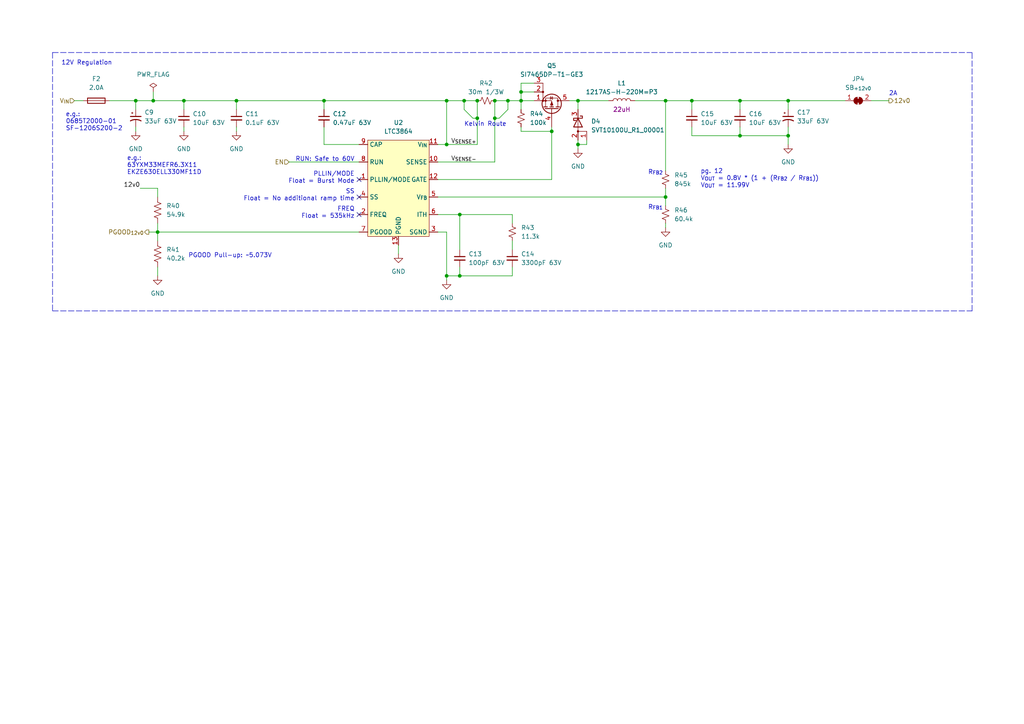
<source format=kicad_sch>
(kicad_sch (version 20230121) (generator eeschema)
  (paper "A4")
  (title_block (title "Control") (date "2023-02-21") (rev "1.0.0") (company "The A-Team (RC SSL)") (comment 1 "W. Stuckey & R. Osawa"))
  (lib_symbols
    (symbol "AT-Transistors:Q_PMOS_SGD_PowerPAK" (pin_names (offset 0) hide)
      (property "Reference" "Q" (at 5.08 1.27 0))
      (property "Value" "Q_PMOS_SGD_PowerPAK" (at 5.08 -1.27 0))
      (symbol "Q_PMOS_SGD_PowerPAK_0_1"
        (polyline (pts (xy 0.254 0) (xy -2.54 0)))
        (polyline (pts (xy 0.254 0) (xy -2.54 0)))
        (polyline (pts (xy 0.254 1.905) (xy 0.254 -1.905)) (stroke (width 0.254)))
        (polyline (pts (xy 0.762 -1.27) (xy 0.762 -2.286)) (stroke (width 0.254)))
        (polyline (pts (xy 0.762 0.508) (xy 0.762 -0.508)) (stroke (width 0.254)))
        (polyline (pts (xy 0.762 2.286) (xy 0.762 1.27)) (stroke (width 0.254)))
        (polyline (pts (xy 2.54 2.54) (xy 2.54 1.778)))
        (polyline (pts (xy 7.62 -2.54) (xy 5.08 -2.54)) (stroke (width 0.1524)))
        (polyline (pts (xy 2.54 -2.54) (xy 2.54 0) (xy 0.762 0)))
        (polyline (pts (xy 5.08 -2.54) (xy 2.54 -2.54) (xy 3.81 -2.54)) (stroke (width 0.1524)))
        (polyline (pts (xy 0.762 1.778) (xy 3.302 1.778) (xy 3.302 -1.778) (xy 0.762 -1.778)))
        (polyline (pts (xy 2.286 0) (xy 1.27 0.381) (xy 1.27 -0.381) (xy 2.286 0)) (fill (type outline)))
        (polyline (pts (xy 2.794 -0.508) (xy 2.921 -0.381) (xy 3.683 -0.381) (xy 3.81 -0.254)))
        (polyline (pts (xy 3.302 -0.381) (xy 2.921 0.254) (xy 3.683 0.254) (xy 3.302 -0.381)))
        (circle (center 1.651 0) (radius 2.794) (stroke (width 0.254)))
        (circle (center 2.54 -2.54) (radius 0.254) (fill (type outline)))
        (circle (center 2.54 -1.778) (radius 0.254) (fill (type outline)))
        (circle (center 2.54 1.778) (radius 0.254) (fill (type outline)))
        (circle (center 5.08 -2.54) (radius 0.254) (fill (type outline)))
      )
      (symbol "Q_PMOS_SGD_PowerPAK_1_1"
        (pin passive line (at 2.54 -5.08 90) (length 2.54) (name "S") (number "1"))
        (pin passive line (at 5.08 -5.08 90) (length 2.54) (name "S") (number "2"))
        (pin passive line (at 7.62 -5.08 90) (length 2.54) (name "S") (number "3"))
        (pin input line (at -5.08 0 0) (length 5.08) (name "G") (number "4"))
        (pin passive line (at 2.54 5.08 270) (length 2.54) (name "D") (number "5"))
      )
    )
    (symbol "Device:C_Polarized_Small_US" (pin_numbers hide) (pin_names (offset 0.254) hide)
      (property "Reference" "C" (at 0.254 1.778 0))
      (property "Value" "C_Polarized_Small_US" (at 0.254 -2.032 0))
      (symbol "C_Polarized_Small_US_0_1"
        (polyline (pts (xy -1.524 0.508) (xy 1.524 0.508)) (stroke (width 0.3048)))
        (polyline (pts (xy -1.27 1.524) (xy -0.762 1.524)))
        (polyline (pts (xy -1.016 1.27) (xy -1.016 1.778)))
        (arc (start 1.524 -0.762) (mid 0 -0.3734) (end -1.524 -0.762) (stroke (width 0.3048)))
      )
      (symbol "C_Polarized_Small_US_1_1"
        (pin passive line (at 0 2.54 270) (length 2.032) (name "~") (number "1"))
        (pin passive line (at 0 -2.54 90) (length 2.032) (name "~") (number "2"))
      )
    )
    (symbol "Device:C_Small" (pin_numbers hide) (pin_names (offset 0.254) hide)
      (property "Reference" "C" (at 0.254 1.778 0))
      (property "Value" "C_Small" (at 0.254 -2.032 0))
      (symbol "C_Small_0_1"
        (polyline (pts (xy -1.524 -0.508) (xy 1.524 -0.508)) (stroke (width 0.3302)))
        (polyline (pts (xy -1.524 0.508) (xy 1.524 0.508)) (stroke (width 0.3048)))
      )
      (symbol "C_Small_1_1"
        (pin passive line (at 0 2.54 270) (length 2.032) (name "~") (number "1"))
        (pin passive line (at 0 -2.54 90) (length 2.032) (name "~") (number "2"))
      )
    )
    (symbol "Device:D_Schottky_AAK" (pin_names (offset 0) hide)
      (property "Reference" "D" (at 0 2.54 0))
      (property "Value" "D_Schottky_AAK" (at 0 -2.54 0))
      (symbol "D_Schottky_AAK_0_1"
        (polyline (pts (xy 1.27 1.27) (xy 1.27 -1.27) (xy -1.27 0) (xy 1.27 1.27)) (stroke (width 0.254)))
        (polyline (pts (xy 3.81 2.54) (xy 2.54 2.54) (xy 2.54 0) (xy -1.27 0)))
        (polyline (pts (xy -1.905 0.635) (xy -1.905 1.27) (xy -1.27 1.27) (xy -1.27 -1.27) (xy -0.635 -1.27) (xy -0.635 -0.635)) (stroke (width 0.254)))
        (circle (center 2.54 0) (radius 0.254) (fill (type outline)))
      )
      (symbol "D_Schottky_AAK_1_1"
        (pin passive line (at 5.08 2.54 180) (length 2.54) (name "A") (number "1"))
        (pin passive line (at 5.08 0 180) (length 2.54) (name "A") (number "2"))
        (pin passive line (at -3.81 0 0) (length 2.54) (name "K") (number "3"))
      )
    )
    (symbol "Device:Fuse" (pin_numbers hide) (pin_names (offset 0))
      (property "Reference" "F" (at 2.032 0 90))
      (property "Value" "Fuse" (at -1.905 0 90))
      (symbol "Fuse_0_1"
        (rectangle (start -0.762 -2.54) (end 0.762 2.54) (stroke (width 0.254)))
        (polyline (pts (xy 0 2.54) (xy 0 -2.54)))
      )
      (symbol "Fuse_1_1"
        (pin passive line (at 0 3.81 270) (length 1.27) (name "~") (number "1"))
        (pin passive line (at 0 -3.81 90) (length 1.27) (name "~") (number "2"))
      )
    )
    (symbol "Device:L" (pin_numbers hide) (pin_names (offset 1.016) hide)
      (property "Reference" "L" (at -1.27 0 90))
      (property "Value" "L" (at 1.905 0 90))
      (symbol "L_0_1"
        (arc (start 0 -2.54) (mid 0.6323 -1.905) (end 0 -1.27))
        (arc (start 0 -1.27) (mid 0.6323 -0.635) (end 0 0))
        (arc (start 0 0) (mid 0.6323 0.635) (end 0 1.27))
        (arc (start 0 1.27) (mid 0.6323 1.905) (end 0 2.54))
      )
      (symbol "L_1_1"
        (pin passive line (at 0 3.81 270) (length 1.27) (name "1") (number "1"))
        (pin passive line (at 0 -3.81 90) (length 1.27) (name "2") (number "2"))
      )
    )
    (symbol "Device:R_Small_US" (pin_numbers hide) (pin_names (offset 0.254) hide)
      (property "Reference" "R" (at 0.762 0.508 0))
      (property "Value" "R_Small_US" (at 0.762 -1.016 0))
      (symbol "R_Small_US_1_1"
        (polyline (pts (xy 0 0) (xy 1.016 -0.381) (xy 0 -0.762) (xy -1.016 -1.143) (xy 0 -1.524)))
        (polyline (pts (xy 0 1.524) (xy 1.016 1.143) (xy 0 0.762) (xy -1.016 0.381) (xy 0 0)))
        (pin passive line (at 0 2.54 270) (length 1.016) (name "~") (number "1"))
        (pin passive line (at 0 -2.54 90) (length 1.016) (name "~") (number "2"))
      )
    )
    (symbol "Device:R_US" (pin_numbers hide) (pin_names (offset 0))
      (property "Reference" "R" (at 2.54 0 90))
      (property "Value" "R_US" (at -2.54 0 90))
      (symbol "R_US_0_1"
        (polyline (pts (xy 0 -2.286) (xy 0 -2.54)))
        (polyline (pts (xy 0 2.286) (xy 0 2.54)))
        (polyline (pts (xy 0 -0.762) (xy 1.016 -1.143) (xy 0 -1.524) (xy -1.016 -1.905) (xy 0 -2.286)))
        (polyline (pts (xy 0 0.762) (xy 1.016 0.381) (xy 0 0) (xy -1.016 -0.381) (xy 0 -0.762)))
        (polyline (pts (xy 0 2.286) (xy 1.016 1.905) (xy 0 1.524) (xy -1.016 1.143) (xy 0 0.762)))
      )
      (symbol "R_US_1_1"
        (pin passive line (at 0 3.81 270) (length 1.27) (name "~") (number "1"))
        (pin passive line (at 0 -3.81 90) (length 1.27) (name "~") (number "2"))
      )
    )
    (symbol "Jumper:SolderJumper_2_Bridged" (pin_names (offset 0) hide)
      (property "Reference" "JP" (at 0 2.032 0))
      (property "Value" "SolderJumper_2_Bridged" (at 0 -2.54 0))
      (symbol "SolderJumper_2_Bridged_0_1"
        (rectangle (start -0.508 0.508) (end 0.508 -0.508) (fill (type outline)))
        (arc (start -0.254 1.016) (mid -1.2656 0) (end -0.254 -1.016))
        (arc (start -0.254 1.016) (mid -1.2656 0) (end -0.254 -1.016) (fill (type outline)))
        (polyline (pts (xy -0.254 1.016) (xy -0.254 -1.016)))
        (polyline (pts (xy 0.254 1.016) (xy 0.254 -1.016)))
        (arc (start 0.254 -1.016) (mid 1.2656 0) (end 0.254 1.016))
        (arc (start 0.254 -1.016) (mid 1.2656 0) (end 0.254 1.016) (fill (type outline)))
      )
      (symbol "SolderJumper_2_Bridged_1_1"
        (pin passive line (at -3.81 0 0) (length 2.54) (name "A") (number "1"))
        (pin passive line (at 3.81 0 180) (length 2.54) (name "B") (number "2"))
      )
    )
    (symbol "ltc_regulators:LTC3864"
      (property "Reference" "U" (at -6.35 -15.24 0))
      (property "Value" "LTC3864" (at 0 15.24 0))
      (symbol "LTC3864_0_1"
        (rectangle (start -8.89 13.97) (end 8.89 -13.97) (stroke (width 0.1524)) (fill (type background)))
      )
      (symbol "LTC3864_1_1"
        (pin input line (at -11.43 2.54 0) (length 2.54) (name "PLLIN/MODE") (number "1"))
        (pin input line (at 11.43 7.62 180) (length 2.54) (name "SENSE") (number "10"))
        (pin power_in line (at 11.43 12.7 180) (length 2.54) (name "V_{IN}") (number "11"))
        (pin output line (at 11.43 2.54 180) (length 2.54) (name "GATE") (number "12"))
        (pin power_in line (at 0 -16.51 90) (length 2.54) (name "PGND") (number "13"))
        (pin passive line (at -11.43 -7.62 0) (length 2.54) (name "FREQ") (number "2"))
        (pin power_in line (at 11.43 -12.7 180) (length 2.54) (name "SGND") (number "3"))
        (pin bidirectional line (at -11.43 -2.54 0) (length 2.54) (name "SS") (number "4"))
        (pin input line (at 11.43 -2.54 180) (length 2.54) (name "V_{FB}") (number "5"))
        (pin bidirectional line (at 11.43 -7.62 180) (length 2.54) (name "ITH") (number "6"))
        (pin bidirectional line (at -11.43 -12.7 0) (length 2.54) (name "PGOOD") (number "7"))
        (pin input line (at -11.43 7.62 0) (length 2.54) (name "RUN") (number "8"))
        (pin bidirectional line (at -11.43 12.7 0) (length 2.54) (name "CAP") (number "9"))
      )
    )
    (symbol "power:GND" (power) (pin_names (offset 0))
      (property "Value" "GND" (at 0 -3.81 0))
      (symbol "GND_0_1"
        (polyline (pts (xy 0 0) (xy 0 -1.27) (xy 1.27 -1.27) (xy 0 -2.54) (xy -1.27 -1.27) (xy 0 -1.27)))
      )
      (symbol "GND_1_1"
        (pin power_in line (at 0 0 270) (length 0) hide (name "GND") (number "1"))
      )
    )
    (symbol "power:PWR_FLAG" (power) (pin_numbers hide) (pin_names (offset 0) hide)
      (property "Value" "PWR_FLAG" (at 0 3.81 0))
      (symbol "PWR_FLAG_0_0"
        (pin power_out line (at 0 0 90) (length 0) (name "pwr") (number "1"))
      )
      (symbol "PWR_FLAG_0_1"
        (polyline (pts (xy 0 0) (xy 0 1.27) (xy -1.016 1.905) (xy 0 2.54) (xy 1.016 1.905) (xy 0 1.27)))
      )
    )
  )
  (junction (at 151.13 29.21))
  (junction (at 151.13 26.67))
  (junction (at 214.63 39.37))
  (junction (at 214.63 29.21))
  (junction (at 193.04 29.21))
  (junction (at 167.64 41.91))
  (junction (at 138.43 34.29))
  (junction (at 93.98 29.21))
  (junction (at 129.54 41.91))
  (junction (at 228.6 39.37))
  (junction (at 44.45 29.21))
  (junction (at 39.37 29.21))
  (junction (at 143.51 29.21))
  (junction (at 200.66 29.21))
  (junction (at 133.35 62.23))
  (junction (at 133.35 80.01))
  (junction (at 129.54 80.01))
  (junction (at 68.58 29.21))
  (junction (at 193.04 57.15))
  (junction (at 167.64 29.21))
  (junction (at 160.02 38.1))
  (junction (at 129.54 29.21))
  (junction (at 143.51 34.29))
  (junction (at 138.43 29.21))
  (junction (at 53.34 29.21))
  (junction (at 45.72 67.31))
  (junction (at 147.32 29.21))
  (junction (at 134.62 29.21))
  (junction (at 228.6 29.21))
  (no_connect (at 104.14 52.07))
  (no_connect (at 104.14 62.23))
  (no_connect (at 104.14 57.15))
  (wire (pts (xy 129.54 80.01) (xy 129.54 81.28)))
  (wire (pts (xy 148.59 77.47) (xy 148.59 80.01)))
  (wire (pts (xy 127 62.23) (xy 133.35 62.23)))
  (wire (pts (xy 127 46.99) (xy 143.51 46.99)))
  (wire (pts (xy 45.72 77.47) (xy 45.72 80.01)))
  (wire (pts (xy 68.58 36.83) (xy 68.58 38.1)))
  (wire (pts (xy 193.04 54.61) (xy 193.04 57.15)))
  (wire (pts (xy 154.94 24.13) (xy 151.13 24.13)))
  (wire (pts (xy 165.1 29.21) (xy 167.64 29.21)))
  (wire (pts (xy 133.35 62.23) (xy 133.35 72.39)))
  (wire (pts (xy 143.51 29.21) (xy 147.32 29.21)))
  (wire (pts (xy 93.98 29.21) (xy 129.54 29.21)))
  (wire (pts (xy 200.66 29.21) (xy 200.66 31.75)))
  (wire (pts (xy 151.13 38.1) (xy 160.02 38.1)))
  (wire (pts (xy 127 52.07) (xy 160.02 52.07)))
  (wire (pts (xy 93.98 41.91) (xy 104.14 41.91)))
  (wire (pts (xy 151.13 29.21) (xy 151.13 31.75)))
  (wire (pts (xy 53.34 29.21) (xy 68.58 29.21)))
  (wire (pts (xy 39.37 36.83) (xy 39.37 38.1)))
  (wire (pts (xy 228.6 29.21) (xy 228.6 31.75)))
  (wire (pts (xy 214.63 29.21) (xy 228.6 29.21)))
  (wire (pts (xy 83.82 46.99) (xy 104.14 46.99)))
  (wire (pts (xy 252.73 29.21) (xy 257.81 29.21)))
  (wire (pts (xy 68.58 29.21) (xy 93.98 29.21)))
  (wire (pts (xy 193.04 64.77) (xy 193.04 66.04)))
  (wire (pts (xy 200.66 29.21) (xy 214.63 29.21)))
  (wire (pts (xy 39.37 29.21) (xy 44.45 29.21)))
  (wire (pts (xy 214.63 29.21) (xy 214.63 31.75)))
  (wire (pts (xy 133.35 62.23) (xy 148.59 62.23)))
  (wire (pts (xy 115.57 71.12) (xy 115.57 73.66)))
  (wire (pts (xy 143.51 29.21) (xy 143.51 34.29)))
  (wire (pts (xy 129.54 29.21) (xy 129.54 41.91)))
  (wire (pts (xy 127 41.91) (xy 129.54 41.91)))
  (wire (pts (xy 129.54 67.31) (xy 129.54 80.01)))
  (wire (pts (xy 147.32 31.75) (xy 147.32 29.21)))
  (wire (pts (xy 129.54 41.91) (xy 138.43 41.91)))
  (wire (pts (xy 144.78 34.29) (xy 143.51 34.29)))
  (wire (pts (xy 167.64 41.91) (xy 167.64 43.18)))
  (wire (pts (xy 151.13 36.83) (xy 151.13 38.1)))
  (wire (pts (xy 31.75 29.21) (xy 39.37 29.21)))
  (wire (pts (xy 53.34 29.21) (xy 53.34 31.75)))
  (wire (pts (xy 137.16 34.29) (xy 138.43 34.29)))
  (wire (pts (xy 193.04 29.21) (xy 200.66 29.21)))
  (wire (pts (xy 53.34 36.83) (xy 53.34 38.1)))
  (wire (pts (xy 45.72 67.31) (xy 104.14 67.31)))
  (wire (pts (xy 228.6 39.37) (xy 228.6 41.91)))
  (wire (pts (xy 228.6 29.21) (xy 245.11 29.21)))
  (wire (pts (xy 167.64 40.64) (xy 167.64 41.91)))
  (wire (pts (xy 133.35 77.47) (xy 133.35 80.01)))
  (wire (pts (xy 39.37 29.21) (xy 39.37 31.75)))
  (wire (pts (xy 45.72 64.77) (xy 45.72 67.31)))
  (wire (pts (xy 148.59 69.85) (xy 148.59 72.39)))
  (wire (pts (xy 160.02 38.1) (xy 160.02 36.83)))
  (wire (pts (xy 127 67.31) (xy 129.54 67.31)))
  (wire (pts (xy 45.72 67.31) (xy 43.18 67.31)))
  (wire (pts (xy 93.98 29.21) (xy 93.98 31.75)))
  (wire (pts (xy 129.54 80.01) (xy 133.35 80.01)))
  (wire (pts (xy 170.18 40.64) (xy 170.18 41.91)))
  (wire (pts (xy 44.45 29.21) (xy 53.34 29.21)))
  (wire (pts (xy 147.32 29.21) (xy 151.13 29.21)))
  (wire (pts (xy 93.98 36.83) (xy 93.98 41.91)))
  (wire (pts (xy 133.35 80.01) (xy 148.59 80.01)))
  (wire (pts (xy 45.72 67.31) (xy 45.72 69.85)))
  (wire (pts (xy 134.62 29.21) (xy 134.62 31.75)))
  (wire (pts (xy 214.63 39.37) (xy 228.6 39.37)))
  (wire (pts (xy 68.58 29.21) (xy 68.58 31.75)))
  (wire (pts (xy 143.51 34.29) (xy 143.51 46.99)))
  (wire (pts (xy 134.62 31.75) (xy 137.16 34.29)))
  (wire (pts (xy 151.13 29.21) (xy 154.94 29.21)))
  (wire (pts (xy 200.66 39.37) (xy 214.63 39.37)))
  (wire (pts (xy 144.78 34.29) (xy 147.32 31.75)))
  (wire (pts (xy 167.64 29.21) (xy 167.64 31.75)))
  (wire (pts (xy 200.66 36.83) (xy 200.66 39.37)))
  (wire (pts (xy 193.04 57.15) (xy 193.04 59.69)))
  (wire (pts (xy 214.63 36.83) (xy 214.63 39.37)))
  (wire (pts (xy 138.43 29.21) (xy 138.43 34.29)))
  (wire (pts (xy 167.64 29.21) (xy 176.53 29.21)))
  (wire (pts (xy 151.13 26.67) (xy 151.13 29.21)))
  (wire (pts (xy 167.64 41.91) (xy 170.18 41.91)))
  (wire (pts (xy 21.59 29.21) (xy 24.13 29.21)))
  (wire (pts (xy 134.62 29.21) (xy 138.43 29.21)))
  (wire (pts (xy 45.72 54.61) (xy 45.72 57.15)))
  (wire (pts (xy 40.64 54.61) (xy 45.72 54.61)))
  (wire (pts (xy 138.43 41.91) (xy 138.43 34.29)))
  (wire (pts (xy 184.15 29.21) (xy 193.04 29.21)))
  (wire (pts (xy 160.02 38.1) (xy 160.02 52.07)))
  (wire (pts (xy 148.59 62.23) (xy 148.59 64.77)))
  (wire (pts (xy 151.13 24.13) (xy 151.13 26.67)))
  (wire (pts (xy 193.04 29.21) (xy 193.04 49.53)))
  (wire (pts (xy 151.13 26.67) (xy 154.94 26.67)))
  (polyline (pts (xy 15.24 15.24) (xy 15.24 90.17)) (stroke (width 0) (type dash)))
  (polyline (pts (xy 15.24 15.24) (xy 281.94 15.24)) (stroke (width 0) (type dash)))
  (polyline (pts (xy 15.24 90.17) (xy 281.94 90.17)) (stroke (width 0) (type dash)))
  (polyline (pts (xy 281.94 90.17) (xy 281.94 15.24)) (stroke (width 0) (type dash)))
  (wire (pts (xy 127 57.15) (xy 193.04 57.15)))
  (wire (pts (xy 228.6 36.83) (xy 228.6 39.37)))
  (wire (pts (xy 129.54 29.21) (xy 134.62 29.21)))
  (wire (pts (xy 44.45 26.67) (xy 44.45 29.21)))
  (text "SS\nFloat = No additional ramp time" (at 102.87 58.42 0) (effects (font (size 1.27 1.27)) (justify right bottom)))
  (text "R_{FB1}\n" (at 187.96 60.96 0) (effects (font (size 1.27 1.27)) (justify left bottom)))
  (text "FREQ\nFloat = 535kHz" (at 102.87 63.5 0) (effects (font (size 1.27 1.27)) (justify right bottom)))
  (text "e.g.:\n63YXM33MEFR6.3X11\nEKZE630ELL330MF11D" (at 36.83 50.8 0) (effects (font (size 1.27 1.27)) (justify left bottom)))
  (text "Kelvin Route" (at 134.62 36.83 0) (effects (font (size 1.27 1.27)) (justify left bottom)))
  (text "PGOOD Pull-up: ~5.073V" (at 54.61 74.93 0) (effects (font (size 1.27 1.27)) (justify left bottom)))
  (text "RUN: Safe to 60V" (at 102.87 46.99 0) (effects (font (size 1.27 1.27)) (justify right bottom)))
  (text "2A" (at 257.81 27.94 0) (effects (font (size 1.27 1.27)) (justify left bottom)))
  (text "12V Regulation" (at 17.78 19.05 0) (effects (font (size 1.27 1.27)) (justify left bottom)))
  (text "e.g.:\n0685T2000-01\nSF-1206S200-2" (at 19.05 38.1 0) (effects (font (size 1.27 1.27)) (justify left bottom)))
  (text "pg. 12\nV_{OUT} = 0.8V * (1 + (R_{FB2} / R_{FB1}))\nV_{OUT} = 11.99V" (at 203.2 54.61 0) (effects (font (size 1.27 1.27)) (justify left bottom)))
  (text "PLLIN/MODE\nFloat = Burst Mode" (at 102.87 53.34 0) (effects (font (size 1.27 1.27)) (justify right bottom)))
  (text "R_{FB2}" (at 187.96 50.8 0) (effects (font (size 1.27 1.27)) (justify left bottom)))
  (label "12v0" (at 40.64 54.61 180))
  (label "V_{SENSE-}" (at 130.81 46.99 0))
  (label "V_{SENSE+}" (at 130.81 41.91 0))
  (hierarchical_label "EN" (shape input) (at 83.82 46.99 180))
  (hierarchical_label "V_{IN}" (shape input) (at 21.59 29.21 180))
  (hierarchical_label "PGOOD_{12v0}" (shape output) (at 43.18 67.31 180))
  (hierarchical_label "12v0" (shape output) (at 257.81 29.21 0))
  (symbol (lib_id "Device:R_Small_US") (at 193.04 52.07 0) (unit 1)
    (property "Reference" "R45" (at 195.58 50.7999 0) (effects (justify left)))
    (property "Value" "845k" (at 195.58 53.3399 0) (effects (justify left)))
    (property "Footprint" "Resistor_SMD:R_0402_1005Metric" (effects hide))
  )
  (symbol (lib_id "power:GND") (at 68.58 38.1 0) (unit 1)
    (property "Reference" "#PWR041" (effects hide))
    (property "Value" "GND" (at 68.58 43.18 0))
  )
  (symbol (lib_id "Device:Fuse") (at 27.94 29.21 90) (unit 1)
    (property "Reference" "F2" (at 27.94 22.86 90))
    (property "Value" "2.0A" (at 27.94 25.4 90))
    (property "Footprint" "Fuse:Fuse_1206_3216Metric" (effects hide))
  )
  (symbol (lib_id "Device:R_US") (at 45.72 60.96 180) (unit 1)
    (property "Reference" "R40" (at 48.26 59.6899 0) (effects (justify right)))
    (property "Value" "54.9k" (at 48.26 62.2299 0) (effects (justify right)))
    (property "Footprint" "Resistor_SMD:R_0402_1005Metric" (effects hide))
  )
  (symbol (lib_id "Device:L") (at 180.34 29.21 90) (unit 1)
    (property "Reference" "L1" (at 180.34 24.13 90))
    (property "Value" "1217AS-H-220M=P3" (at 180.34 26.67 90))
    (property "Footprint" "AT-Inductors:DEM8045C" (effects hide))
    (property "Value2" "22uH" (at 180.34 31.75 90))
  )
  (symbol (lib_id "Device:C_Small") (at 133.35 74.93 0) (unit 1)
    (property "Reference" "C13" (at 135.89 73.6662 0) (effects (justify left)))
    (property "Value" "100pF 63V" (at 135.89 76.2062 0) (effects (justify left)))
    (property "Footprint" "Capacitor_SMD:C_0402_1005Metric" (effects hide))
  )
  (symbol (lib_id "ltc_regulators:LTC3864") (at 115.57 54.61 0) (unit 1)
    (property "Reference" "U2" (at 115.57 35.56 0))
    (property "Value" "LTC3864" (at 115.57 38.1 0))
    (property "Footprint" "AT-IC:MSE" (effects hide))
  )
  (symbol (lib_id "power:GND") (at 129.54 81.28 0) (unit 1)
    (property "Reference" "#PWR043" (effects hide))
    (property "Value" "GND" (at 129.54 86.36 0))
  )
  (symbol (lib_id "power:GND") (at 53.34 38.1 0) (unit 1)
    (property "Reference" "#PWR040" (effects hide))
    (property "Value" "GND" (at 53.34 43.18 0))
  )
  (symbol (lib_id "Device:R_US") (at 45.72 73.66 180) (unit 1)
    (property "Reference" "R41" (at 48.26 72.3899 0) (effects (justify right)))
    (property "Value" "40.2k" (at 48.26 74.9299 0) (effects (justify right)))
    (property "Footprint" "Resistor_SMD:R_0402_1005Metric" (effects hide))
  )
  (symbol (lib_id "Device:R_Small_US") (at 151.13 34.29 0) (unit 1)
    (property "Reference" "R44" (at 153.67 33.0199 0) (effects (justify left)))
    (property "Value" "100k" (at 153.67 35.5599 0) (effects (justify left)))
    (property "Footprint" "Resistor_SMD:R_0402_1005Metric" (effects hide))
  )
  (symbol (lib_id "power:GND") (at 45.72 80.01 0) (unit 1)
    (property "Reference" "#PWR039" (effects hide))
    (property "Value" "GND" (at 45.72 85.09 0))
  )
  (symbol (lib_id "Device:C_Small") (at 53.34 34.29 0) (unit 1)
    (property "Reference" "C10" (at 55.88 33.0262 0) (effects (justify left)))
    (property "Value" "10uF 63V" (at 55.88 35.5662 0) (effects (justify left)))
    (property "Footprint" "Capacitor_SMD:C_1210_3225Metric" (effects hide))
  )
  (symbol (lib_id "Jumper:SolderJumper_2_Bridged") (at 248.92 29.21 0) (unit 1) (in_bom no)
    (property "Reference" "JP4" (at 248.92 22.86 0))
    (property "Value" "SB_{+12v0}" (at 248.92 25.4 0))
    (property "Footprint" "AT-BoardFeatures:SolderJumper-2_2.0x1.2mm_Closed" (effects hide))
  )
  (symbol (lib_id "Device:C_Polarized_Small_US") (at 39.37 34.29 0) (unit 1)
    (property "Reference" "C9" (at 41.91 32.5881 0) (effects (justify left)))
    (property "Value" "33uF 63V" (at 41.91 35.1281 0) (effects (justify left)))
    (property "Footprint" "Capacitor_THT:C_Radial_D6.3mm_H11.0mm_P2.50mm" (effects hide))
  )
  (symbol (lib_id "Device:C_Small") (at 148.59 74.93 0) (unit 1)
    (property "Reference" "C14" (at 151.13 73.6662 0) (effects (justify left)))
    (property "Value" "3300pF 63V" (at 151.13 76.2062 0) (effects (justify left)))
    (property "Footprint" "Capacitor_SMD:C_0402_1005Metric" (effects hide))
  )
  (symbol (lib_id "power:GND") (at 39.37 38.1 0) (unit 1)
    (property "Reference" "#PWR038" (effects hide))
    (property "Value" "GND" (at 39.37 43.18 0))
  )
  (symbol (lib_id "power:GND") (at 228.6 41.91 0) (unit 1)
    (property "Reference" "#PWR046" (effects hide))
    (property "Value" "GND" (at 228.6 46.99 0))
  )
  (symbol (lib_id "Device:C_Small") (at 214.63 34.29 0) (unit 1)
    (property "Reference" "C16" (at 217.17 33.0262 0) (effects (justify left)))
    (property "Value" "10uF 63V" (at 217.17 35.5662 0) (effects (justify left)))
    (property "Footprint" "Capacitor_SMD:C_1210_3225Metric" (effects hide))
  )
  (symbol (lib_id "Device:R_Small_US") (at 148.59 67.31 180) (unit 1)
    (property "Reference" "R43" (at 151.13 66.0399 0) (effects (justify right)))
    (property "Value" "11.3k" (at 151.13 68.5799 0) (effects (justify right)))
    (property "Footprint" "Resistor_SMD:R_0402_1005Metric" (effects hide))
  )
  (symbol (lib_id "Device:C_Small") (at 200.66 34.29 0) (unit 1)
    (property "Reference" "C15" (at 203.2 33.0262 0) (effects (justify left)))
    (property "Value" "10uF 63V" (at 203.2 35.5662 0) (effects (justify left)))
    (property "Footprint" "Capacitor_SMD:C_1210_3225Metric" (effects hide))
  )
  (symbol (lib_id "Device:C_Polarized_Small_US") (at 228.6 34.29 0) (unit 1)
    (property "Reference" "C17" (at 231.14 32.5881 0) (effects (justify left)))
    (property "Value" "33uF 63V" (at 231.14 35.1281 0) (effects (justify left)))
    (property "Footprint" "Capacitor_THT:C_Radial_D6.3mm_H11.0mm_P2.50mm" (effects hide))
  )
  (symbol (lib_id "Device:C_Small") (at 93.98 34.29 0) (unit 1)
    (property "Reference" "C12" (at 96.52 33.0262 0) (effects (justify left)))
    (property "Value" "0.47uF 63V" (at 96.52 35.5662 0) (effects (justify left)))
    (property "Footprint" "Capacitor_SMD:C_0805_2012Metric" (effects hide))
  )
  (symbol (lib_id "Device:C_Small") (at 68.58 34.29 0) (unit 1)
    (property "Reference" "C11" (at 71.12 33.0262 0) (effects (justify left)))
    (property "Value" "0.1uF 63V" (at 71.12 35.5662 0) (effects (justify left)))
    (property "Footprint" "Capacitor_SMD:C_0402_1005Metric" (effects hide))
  )
  (symbol (lib_id "Device:R_Small_US") (at 193.04 62.23 0) (unit 1)
    (property "Reference" "R46" (at 195.58 60.9599 0) (effects (justify left)))
    (property "Value" "60.4k" (at 195.58 63.4999 0) (effects (justify left)))
    (property "Footprint" "Resistor_SMD:R_0402_1005Metric" (effects hide))
  )
  (symbol (lib_id "power:PWR_FLAG") (at 44.45 26.67 0) (unit 1)
    (property "Reference" "#FLG05" (effects hide))
    (property "Value" "PWR_FLAG" (at 44.45 21.59 0))
  )
  (symbol (lib_id "AT-Transistors:Q_PMOS_SGD_PowerPAK") (at 160.02 31.75 270) (mirror x) (unit 1)
    (property "Reference" "Q5" (at 160.02 19.05 90))
    (property "Value" "SI7465DP-T1-GE3" (at 160.02 21.59 90))
    (property "Footprint" "AT-Discrete:PowerPAK_SO-8L_Single" (effects hide))
  )
  (symbol (lib_id "power:GND") (at 193.04 66.04 0) (unit 1)
    (property "Reference" "#PWR045" (effects hide))
    (property "Value" "GND" (at 193.04 71.12 0))
  )
  (symbol (lib_id "Device:D_Schottky_AAK") (at 167.64 35.56 270) (unit 1)
    (property "Reference" "D4" (at 171.45 35.1789 90) (effects (justify left)))
    (property "Value" "SVT10100U_R1_00001" (at 171.45 37.7189 90) (effects (justify left)))
    (property "Footprint" "AT-Discrete:TO-277" (effects hide))
  )
  (symbol (lib_id "power:GND") (at 167.64 43.18 0) (unit 1)
    (property "Reference" "#PWR044" (effects hide))
    (property "Value" "GND" (at 167.64 48.26 0))
  )
  (symbol (lib_id "power:GND") (at 115.57 73.66 0) (unit 1)
    (property "Reference" "#PWR042" (effects hide))
    (property "Value" "GND" (at 115.57 78.74 0))
  )
  (symbol (lib_id "Device:R_Small_US") (at 140.97 29.21 90) (unit 1)
    (property "Reference" "R42" (at 140.97 24.13 90))
    (property "Value" "30m 1/3W" (at 140.97 26.67 90))
    (property "Footprint" "Resistor_SMD:R_0603_1608Metric" (effects hide))
  )
)
</source>
